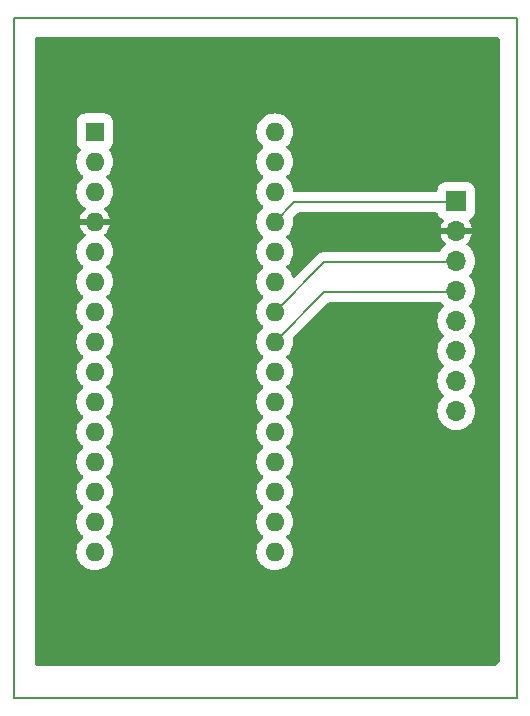
<source format=gbr>
%TF.GenerationSoftware,KiCad,Pcbnew,8.0.4*%
%TF.CreationDate,2024-08-29T16:29:35-03:00*%
%TF.ProjectId,IMU com arduino,494d5520-636f-46d2-9061-726475696e6f,rev?*%
%TF.SameCoordinates,Original*%
%TF.FileFunction,Copper,L2,Bot*%
%TF.FilePolarity,Positive*%
%FSLAX46Y46*%
G04 Gerber Fmt 4.6, Leading zero omitted, Abs format (unit mm)*
G04 Created by KiCad (PCBNEW 8.0.4) date 2024-08-29 16:29:35*
%MOMM*%
%LPD*%
G01*
G04 APERTURE LIST*
%TA.AperFunction,NonConductor*%
%ADD10C,0.200000*%
%TD*%
%TA.AperFunction,ComponentPad*%
%ADD11R,1.700000X1.700000*%
%TD*%
%TA.AperFunction,ComponentPad*%
%ADD12O,1.700000X1.700000*%
%TD*%
%TA.AperFunction,ComponentPad*%
%ADD13R,1.600000X1.600000*%
%TD*%
%TA.AperFunction,ComponentPad*%
%ADD14O,1.600000X1.600000*%
%TD*%
%TA.AperFunction,Conductor*%
%ADD15C,0.200000*%
%TD*%
G04 APERTURE END LIST*
D10*
X125349000Y-64516000D02*
X167934000Y-64516000D01*
X167934000Y-122087000D01*
X125349000Y-122087000D01*
X125349000Y-64516000D01*
D11*
%TO.P,J1,1,Pin_1*%
%TO.N,Net-(A1-+5V)*%
X162814000Y-80010000D03*
D12*
%TO.P,J1,2,Pin_2*%
%TO.N,GND*%
X162814000Y-82550000D03*
%TO.P,J1,3,Pin_3*%
%TO.N,Net-(A1-A5)*%
X162814000Y-85090000D03*
%TO.P,J1,4,Pin_4*%
%TO.N,Net-(A1-A4)*%
X162814000Y-87630000D03*
%TO.P,J1,5,Pin_5*%
%TO.N,unconnected-(J1-Pin_5-Pad5)*%
X162814000Y-90170000D03*
%TO.P,J1,6,Pin_6*%
%TO.N,unconnected-(J1-Pin_6-Pad6)*%
X162814000Y-92710000D03*
%TO.P,J1,7,Pin_7*%
%TO.N,unconnected-(J1-Pin_7-Pad7)*%
X162814000Y-95250000D03*
%TO.P,J1,8,Pin_8*%
%TO.N,unconnected-(J1-Pin_8-Pad8)*%
X162814000Y-97790000D03*
%TD*%
D13*
%TO.P,A1,1,D1/TX*%
%TO.N,unconnected-(A1-D1{slash}TX-Pad1)*%
X132207000Y-74168000D03*
D14*
%TO.P,A1,2,D0/RX*%
%TO.N,unconnected-(A1-D0{slash}RX-Pad2)*%
X132207000Y-76708000D03*
%TO.P,A1,3,~{RESET}*%
%TO.N,unconnected-(A1-~{RESET}-Pad3)*%
X132207000Y-79248000D03*
%TO.P,A1,4,GND*%
%TO.N,GND*%
X132207000Y-81788000D03*
%TO.P,A1,5,D2*%
%TO.N,unconnected-(A1-D2-Pad5)*%
X132207000Y-84328000D03*
%TO.P,A1,6,D3*%
%TO.N,unconnected-(A1-D3-Pad6)*%
X132207000Y-86868000D03*
%TO.P,A1,7,D4*%
%TO.N,unconnected-(A1-D4-Pad7)*%
X132207000Y-89408000D03*
%TO.P,A1,8,D5*%
%TO.N,unconnected-(A1-D5-Pad8)*%
X132207000Y-91948000D03*
%TO.P,A1,9,D6*%
%TO.N,unconnected-(A1-D6-Pad9)*%
X132207000Y-94488000D03*
%TO.P,A1,10,D7*%
%TO.N,unconnected-(A1-D7-Pad10)*%
X132207000Y-97028000D03*
%TO.P,A1,11,D8*%
%TO.N,unconnected-(A1-D8-Pad11)*%
X132207000Y-99568000D03*
%TO.P,A1,12,D9*%
%TO.N,unconnected-(A1-D9-Pad12)*%
X132207000Y-102108000D03*
%TO.P,A1,13,D10*%
%TO.N,unconnected-(A1-D10-Pad13)*%
X132207000Y-104648000D03*
%TO.P,A1,14,D11*%
%TO.N,unconnected-(A1-D11-Pad14)*%
X132207000Y-107188000D03*
%TO.P,A1,15,D12*%
%TO.N,unconnected-(A1-D12-Pad15)*%
X132207000Y-109728000D03*
%TO.P,A1,16,D13*%
%TO.N,unconnected-(A1-D13-Pad16)*%
X147447000Y-109728000D03*
%TO.P,A1,17,3V3*%
%TO.N,unconnected-(A1-3V3-Pad17)*%
X147447000Y-107188000D03*
%TO.P,A1,18,AREF*%
%TO.N,unconnected-(A1-AREF-Pad18)*%
X147447000Y-104648000D03*
%TO.P,A1,19,A0*%
%TO.N,unconnected-(A1-A0-Pad19)*%
X147447000Y-102108000D03*
%TO.P,A1,20,A1*%
%TO.N,unconnected-(A1-A1-Pad20)*%
X147447000Y-99568000D03*
%TO.P,A1,21,A2*%
%TO.N,unconnected-(A1-A2-Pad21)*%
X147447000Y-97028000D03*
%TO.P,A1,22,A3*%
%TO.N,unconnected-(A1-A3-Pad22)*%
X147447000Y-94488000D03*
%TO.P,A1,23,A4*%
%TO.N,Net-(A1-A4)*%
X147447000Y-91948000D03*
%TO.P,A1,24,A5*%
%TO.N,Net-(A1-A5)*%
X147447000Y-89408000D03*
%TO.P,A1,25,A6*%
%TO.N,unconnected-(A1-A6-Pad25)*%
X147447000Y-86868000D03*
%TO.P,A1,26,A7*%
%TO.N,unconnected-(A1-A7-Pad26)*%
X147447000Y-84328000D03*
%TO.P,A1,27,+5V*%
%TO.N,Net-(A1-+5V)*%
X147447000Y-81788000D03*
%TO.P,A1,28,~{RESET}*%
%TO.N,unconnected-(A1-~{RESET}-Pad28)*%
X147447000Y-79248000D03*
%TO.P,A1,29,GND*%
%TO.N,unconnected-(A1-GND-Pad29)*%
X147447000Y-76708000D03*
%TO.P,A1,30,VIN*%
%TO.N,unconnected-(A1-VIN-Pad30)*%
X147447000Y-74168000D03*
%TD*%
D15*
%TO.N,Net-(A1-+5V)*%
X149098000Y-80137000D02*
X162814000Y-80137000D01*
X147447000Y-81788000D02*
X149098000Y-80137000D01*
%TO.N,Net-(A1-A5)*%
X151638000Y-85217000D02*
X162814000Y-85217000D01*
X147447000Y-89408000D02*
X151638000Y-85217000D01*
%TO.N,Net-(A1-A4)*%
X151638000Y-87757000D02*
X162814000Y-87757000D01*
X147447000Y-91948000D02*
X151638000Y-87757000D01*
%TD*%
%TA.AperFunction,Conductor*%
%TO.N,GND*%
G36*
X161193116Y-81007185D02*
G01*
X161238871Y-81059989D01*
X161243782Y-81072494D01*
X161279186Y-81179334D01*
X161371288Y-81328656D01*
X161495344Y-81452712D01*
X161644666Y-81544814D01*
X161669291Y-81552974D01*
X161726734Y-81592746D01*
X161753557Y-81657262D01*
X161741242Y-81726038D01*
X161731860Y-81741802D01*
X161640400Y-81872420D01*
X161640399Y-81872422D01*
X161540570Y-82086507D01*
X161540567Y-82086513D01*
X161483364Y-82299999D01*
X161483364Y-82300000D01*
X162380988Y-82300000D01*
X162348075Y-82357007D01*
X162314000Y-82484174D01*
X162314000Y-82615826D01*
X162348075Y-82742993D01*
X162380988Y-82800000D01*
X161483364Y-82800000D01*
X161540567Y-83013486D01*
X161540570Y-83013492D01*
X161640399Y-83227578D01*
X161775894Y-83421082D01*
X161930022Y-83575210D01*
X161963507Y-83636533D01*
X161958523Y-83706225D01*
X161916651Y-83762158D01*
X161907132Y-83768618D01*
X161870342Y-83791163D01*
X161678776Y-83954776D01*
X161515161Y-84146343D01*
X161515160Y-84146345D01*
X161416534Y-84307290D01*
X161364723Y-84354165D01*
X161310807Y-84366500D01*
X151554228Y-84366500D01*
X151389925Y-84399182D01*
X151389913Y-84399185D01*
X151344583Y-84417962D01*
X151235143Y-84463292D01*
X151235130Y-84463299D01*
X151095838Y-84556372D01*
X151095834Y-84556375D01*
X149148300Y-86503909D01*
X149086977Y-86537394D01*
X149017285Y-86532410D01*
X148961352Y-86490538D01*
X148940046Y-86445177D01*
X148926172Y-86387388D01*
X148832777Y-86161911D01*
X148832777Y-86161910D01*
X148705262Y-85953826D01*
X148705261Y-85953823D01*
X148546756Y-85768238D01*
X148457832Y-85692290D01*
X148419638Y-85633784D01*
X148419139Y-85563916D01*
X148456493Y-85504869D01*
X148457832Y-85503710D01*
X148489276Y-85476853D01*
X148546759Y-85427759D01*
X148705259Y-85242179D01*
X148832777Y-85034089D01*
X148926172Y-84808612D01*
X148983146Y-84571302D01*
X149002294Y-84328000D01*
X148983146Y-84084698D01*
X148926172Y-83847388D01*
X148926169Y-83847380D01*
X148832777Y-83621910D01*
X148705262Y-83413826D01*
X148705261Y-83413823D01*
X148546756Y-83228238D01*
X148457832Y-83152290D01*
X148419638Y-83093784D01*
X148419139Y-83023916D01*
X148456493Y-82964869D01*
X148457832Y-82963710D01*
X148498406Y-82929056D01*
X148546759Y-82887759D01*
X148705259Y-82702179D01*
X148832777Y-82494089D01*
X148926172Y-82268612D01*
X148983146Y-82031302D01*
X149002294Y-81788000D01*
X148983146Y-81544698D01*
X148981922Y-81539600D01*
X148985412Y-81469820D01*
X149014815Y-81422973D01*
X149413970Y-81023819D01*
X149475293Y-80990334D01*
X149501651Y-80987500D01*
X161126077Y-80987500D01*
X161193116Y-81007185D01*
G37*
%TD.AperFunction*%
%TA.AperFunction,Conductor*%
G36*
X166385677Y-66186685D02*
G01*
X166406319Y-66203319D01*
X166460681Y-66257681D01*
X166494166Y-66319004D01*
X166497000Y-66345362D01*
X166497000Y-118947638D01*
X166477315Y-119014677D01*
X166460681Y-119035319D01*
X166152319Y-119343681D01*
X166090996Y-119377166D01*
X166064638Y-119380000D01*
X127305362Y-119380000D01*
X127238323Y-119360315D01*
X127217681Y-119343681D01*
X127163319Y-119289319D01*
X127129834Y-119227996D01*
X127127000Y-119201638D01*
X127127000Y-76708000D01*
X130651706Y-76708000D01*
X130670853Y-76951297D01*
X130727830Y-77188619D01*
X130821222Y-77414089D01*
X130948737Y-77622173D01*
X130948738Y-77622176D01*
X130948741Y-77622179D01*
X131107241Y-77807759D01*
X131175250Y-77865844D01*
X131196168Y-77883710D01*
X131234361Y-77942217D01*
X131234859Y-78012085D01*
X131197505Y-78071131D01*
X131196168Y-78072290D01*
X131107241Y-78148241D01*
X130948738Y-78333823D01*
X130948737Y-78333826D01*
X130821222Y-78541910D01*
X130727830Y-78767380D01*
X130670853Y-79004702D01*
X130651706Y-79248000D01*
X130670853Y-79491297D01*
X130727830Y-79728619D01*
X130821222Y-79954089D01*
X130948737Y-80162173D01*
X130948738Y-80162176D01*
X130948741Y-80162179D01*
X131107241Y-80347759D01*
X131292821Y-80506259D01*
X131386584Y-80563717D01*
X131433459Y-80615528D01*
X131444882Y-80684458D01*
X131417225Y-80748620D01*
X131392921Y-80771017D01*
X131368180Y-80788341D01*
X131207342Y-80949179D01*
X131076865Y-81135517D01*
X130980734Y-81341673D01*
X130980730Y-81341682D01*
X130928127Y-81537999D01*
X130928128Y-81538000D01*
X131773988Y-81538000D01*
X131741075Y-81595007D01*
X131707000Y-81722174D01*
X131707000Y-81853826D01*
X131741075Y-81980993D01*
X131773988Y-82038000D01*
X130928128Y-82038000D01*
X130980730Y-82234317D01*
X130980734Y-82234326D01*
X131076865Y-82440482D01*
X131207342Y-82626820D01*
X131368183Y-82787661D01*
X131392918Y-82804981D01*
X131436543Y-82859558D01*
X131443735Y-82929056D01*
X131412212Y-82991411D01*
X131386584Y-83012282D01*
X131292826Y-83069737D01*
X131292823Y-83069738D01*
X131107241Y-83228241D01*
X130948738Y-83413823D01*
X130948737Y-83413826D01*
X130821222Y-83621910D01*
X130727830Y-83847380D01*
X130670853Y-84084702D01*
X130651706Y-84328000D01*
X130670853Y-84571297D01*
X130727830Y-84808619D01*
X130821222Y-85034089D01*
X130948737Y-85242173D01*
X130948738Y-85242176D01*
X130948741Y-85242179D01*
X131107241Y-85427759D01*
X131175250Y-85485844D01*
X131196168Y-85503710D01*
X131234361Y-85562217D01*
X131234859Y-85632085D01*
X131197505Y-85691131D01*
X131196168Y-85692290D01*
X131107241Y-85768241D01*
X130948738Y-85953823D01*
X130948737Y-85953826D01*
X130821222Y-86161910D01*
X130727830Y-86387380D01*
X130727828Y-86387387D01*
X130727828Y-86387388D01*
X130702046Y-86494776D01*
X130670853Y-86624702D01*
X130651706Y-86868000D01*
X130670853Y-87111297D01*
X130727830Y-87348619D01*
X130821222Y-87574089D01*
X130948737Y-87782173D01*
X130948738Y-87782176D01*
X130948741Y-87782179D01*
X131107241Y-87967759D01*
X131175250Y-88025844D01*
X131196168Y-88043710D01*
X131234361Y-88102217D01*
X131234859Y-88172085D01*
X131197505Y-88231131D01*
X131196168Y-88232290D01*
X131107241Y-88308241D01*
X130948738Y-88493823D01*
X130948737Y-88493826D01*
X130821222Y-88701910D01*
X130727830Y-88927380D01*
X130670853Y-89164702D01*
X130651706Y-89408000D01*
X130670853Y-89651297D01*
X130727830Y-89888619D01*
X130821222Y-90114089D01*
X130948737Y-90322173D01*
X130948738Y-90322176D01*
X130948741Y-90322179D01*
X131107241Y-90507759D01*
X131175250Y-90565844D01*
X131196168Y-90583710D01*
X131234361Y-90642217D01*
X131234859Y-90712085D01*
X131197505Y-90771131D01*
X131196168Y-90772290D01*
X131107241Y-90848241D01*
X130948738Y-91033823D01*
X130948737Y-91033826D01*
X130821222Y-91241910D01*
X130727830Y-91467380D01*
X130670853Y-91704702D01*
X130651706Y-91948000D01*
X130670853Y-92191297D01*
X130727830Y-92428619D01*
X130821222Y-92654089D01*
X130948737Y-92862173D01*
X130948738Y-92862176D01*
X130948741Y-92862179D01*
X131107241Y-93047759D01*
X131175250Y-93105844D01*
X131196168Y-93123710D01*
X131234361Y-93182217D01*
X131234859Y-93252085D01*
X131197505Y-93311131D01*
X131196168Y-93312290D01*
X131107241Y-93388241D01*
X130948738Y-93573823D01*
X130948737Y-93573826D01*
X130821222Y-93781910D01*
X130727830Y-94007380D01*
X130670853Y-94244702D01*
X130651706Y-94488000D01*
X130670853Y-94731297D01*
X130727830Y-94968619D01*
X130821222Y-95194089D01*
X130948737Y-95402173D01*
X130948738Y-95402176D01*
X130948741Y-95402179D01*
X131107241Y-95587759D01*
X131175250Y-95645844D01*
X131196168Y-95663710D01*
X131234361Y-95722217D01*
X131234859Y-95792085D01*
X131197505Y-95851131D01*
X131196168Y-95852290D01*
X131107241Y-95928241D01*
X130948738Y-96113823D01*
X130948737Y-96113826D01*
X130821222Y-96321910D01*
X130727830Y-96547380D01*
X130670853Y-96784702D01*
X130651706Y-97028000D01*
X130670853Y-97271297D01*
X130727830Y-97508619D01*
X130821222Y-97734089D01*
X130948737Y-97942173D01*
X130948738Y-97942176D01*
X130948741Y-97942179D01*
X131107241Y-98127759D01*
X131175250Y-98185844D01*
X131196168Y-98203710D01*
X131234361Y-98262217D01*
X131234859Y-98332085D01*
X131197505Y-98391131D01*
X131196168Y-98392290D01*
X131107241Y-98468241D01*
X130948738Y-98653823D01*
X130948737Y-98653826D01*
X130821222Y-98861910D01*
X130727830Y-99087380D01*
X130670853Y-99324702D01*
X130651706Y-99568000D01*
X130670853Y-99811297D01*
X130727830Y-100048619D01*
X130821222Y-100274089D01*
X130948737Y-100482173D01*
X130948738Y-100482176D01*
X130948741Y-100482179D01*
X131107241Y-100667759D01*
X131175250Y-100725844D01*
X131196168Y-100743710D01*
X131234361Y-100802217D01*
X131234859Y-100872085D01*
X131197505Y-100931131D01*
X131196168Y-100932290D01*
X131107241Y-101008241D01*
X130948738Y-101193823D01*
X130948737Y-101193826D01*
X130821222Y-101401910D01*
X130727830Y-101627380D01*
X130670853Y-101864702D01*
X130651706Y-102108000D01*
X130670853Y-102351297D01*
X130727830Y-102588619D01*
X130821222Y-102814089D01*
X130948737Y-103022173D01*
X130948738Y-103022176D01*
X130948741Y-103022179D01*
X131107241Y-103207759D01*
X131175250Y-103265844D01*
X131196168Y-103283710D01*
X131234361Y-103342217D01*
X131234859Y-103412085D01*
X131197505Y-103471131D01*
X131196168Y-103472290D01*
X131107241Y-103548241D01*
X130948738Y-103733823D01*
X130948737Y-103733826D01*
X130821222Y-103941910D01*
X130727830Y-104167380D01*
X130670853Y-104404702D01*
X130651706Y-104648000D01*
X130670853Y-104891297D01*
X130727830Y-105128619D01*
X130821222Y-105354089D01*
X130948737Y-105562173D01*
X130948738Y-105562176D01*
X130948741Y-105562179D01*
X131107241Y-105747759D01*
X131175250Y-105805844D01*
X131196168Y-105823710D01*
X131234361Y-105882217D01*
X131234859Y-105952085D01*
X131197505Y-106011131D01*
X131196168Y-106012290D01*
X131107241Y-106088241D01*
X130948738Y-106273823D01*
X130948737Y-106273826D01*
X130821222Y-106481910D01*
X130727830Y-106707380D01*
X130670853Y-106944702D01*
X130651706Y-107188000D01*
X130670853Y-107431297D01*
X130727830Y-107668619D01*
X130821222Y-107894089D01*
X130948737Y-108102173D01*
X130948738Y-108102176D01*
X130948741Y-108102179D01*
X131107241Y-108287759D01*
X131175250Y-108345844D01*
X131196168Y-108363710D01*
X131234361Y-108422217D01*
X131234859Y-108492085D01*
X131197505Y-108551131D01*
X131196168Y-108552290D01*
X131107241Y-108628241D01*
X130948738Y-108813823D01*
X130948737Y-108813826D01*
X130821222Y-109021910D01*
X130727830Y-109247380D01*
X130670853Y-109484702D01*
X130651706Y-109728000D01*
X130670853Y-109971297D01*
X130727830Y-110208619D01*
X130821222Y-110434089D01*
X130948737Y-110642173D01*
X130948738Y-110642176D01*
X130948741Y-110642179D01*
X131107241Y-110827759D01*
X131250897Y-110950453D01*
X131292823Y-110986261D01*
X131292826Y-110986262D01*
X131500910Y-111113777D01*
X131726381Y-111207169D01*
X131726378Y-111207169D01*
X131726384Y-111207170D01*
X131726388Y-111207172D01*
X131963698Y-111264146D01*
X132207000Y-111283294D01*
X132450302Y-111264146D01*
X132687612Y-111207172D01*
X132913089Y-111113777D01*
X133121179Y-110986259D01*
X133306759Y-110827759D01*
X133465259Y-110642179D01*
X133592777Y-110434089D01*
X133686172Y-110208612D01*
X133743146Y-109971302D01*
X133762294Y-109728000D01*
X133743146Y-109484698D01*
X133686172Y-109247388D01*
X133592777Y-109021911D01*
X133592777Y-109021910D01*
X133465262Y-108813826D01*
X133465261Y-108813823D01*
X133306756Y-108628238D01*
X133217832Y-108552290D01*
X133179638Y-108493784D01*
X133179139Y-108423916D01*
X133216493Y-108364869D01*
X133217832Y-108363710D01*
X133249276Y-108336853D01*
X133306759Y-108287759D01*
X133465259Y-108102179D01*
X133592777Y-107894089D01*
X133686172Y-107668612D01*
X133743146Y-107431302D01*
X133762294Y-107188000D01*
X133743146Y-106944698D01*
X133686172Y-106707388D01*
X133592777Y-106481911D01*
X133592777Y-106481910D01*
X133465262Y-106273826D01*
X133465261Y-106273823D01*
X133306756Y-106088238D01*
X133217832Y-106012290D01*
X133179638Y-105953784D01*
X133179139Y-105883916D01*
X133216493Y-105824869D01*
X133217832Y-105823710D01*
X133249276Y-105796853D01*
X133306759Y-105747759D01*
X133465259Y-105562179D01*
X133592777Y-105354089D01*
X133686172Y-105128612D01*
X133743146Y-104891302D01*
X133762294Y-104648000D01*
X133743146Y-104404698D01*
X133686172Y-104167388D01*
X133592777Y-103941911D01*
X133592777Y-103941910D01*
X133465262Y-103733826D01*
X133465261Y-103733823D01*
X133306756Y-103548238D01*
X133217832Y-103472290D01*
X133179638Y-103413784D01*
X133179139Y-103343916D01*
X133216493Y-103284869D01*
X133217832Y-103283710D01*
X133249276Y-103256853D01*
X133306759Y-103207759D01*
X133465259Y-103022179D01*
X133592777Y-102814089D01*
X133686172Y-102588612D01*
X133743146Y-102351302D01*
X133762294Y-102108000D01*
X133743146Y-101864698D01*
X133686172Y-101627388D01*
X133592777Y-101401911D01*
X133592777Y-101401910D01*
X133465262Y-101193826D01*
X133465261Y-101193823D01*
X133306756Y-101008238D01*
X133217832Y-100932290D01*
X133179638Y-100873784D01*
X133179139Y-100803916D01*
X133216493Y-100744869D01*
X133217832Y-100743710D01*
X133249276Y-100716853D01*
X133306759Y-100667759D01*
X133465259Y-100482179D01*
X133592777Y-100274089D01*
X133686172Y-100048612D01*
X133743146Y-99811302D01*
X133762294Y-99568000D01*
X133743146Y-99324698D01*
X133686172Y-99087388D01*
X133592777Y-98861911D01*
X133592777Y-98861910D01*
X133465262Y-98653826D01*
X133465261Y-98653823D01*
X133306756Y-98468238D01*
X133217832Y-98392290D01*
X133179638Y-98333784D01*
X133179139Y-98263916D01*
X133216493Y-98204869D01*
X133217832Y-98203710D01*
X133249276Y-98176853D01*
X133306759Y-98127759D01*
X133465259Y-97942179D01*
X133592777Y-97734089D01*
X133686172Y-97508612D01*
X133743146Y-97271302D01*
X133762294Y-97028000D01*
X133743146Y-96784698D01*
X133686172Y-96547388D01*
X133660006Y-96484217D01*
X133592777Y-96321910D01*
X133465262Y-96113826D01*
X133465261Y-96113823D01*
X133306756Y-95928238D01*
X133217832Y-95852290D01*
X133179638Y-95793784D01*
X133179139Y-95723916D01*
X133216493Y-95664869D01*
X133217832Y-95663710D01*
X133249276Y-95636853D01*
X133306759Y-95587759D01*
X133465259Y-95402179D01*
X133592777Y-95194089D01*
X133686172Y-94968612D01*
X133743146Y-94731302D01*
X133762294Y-94488000D01*
X133743146Y-94244698D01*
X133686172Y-94007388D01*
X133660006Y-93944217D01*
X133592777Y-93781910D01*
X133465262Y-93573826D01*
X133465261Y-93573823D01*
X133306756Y-93388238D01*
X133217832Y-93312290D01*
X133179638Y-93253784D01*
X133179139Y-93183916D01*
X133216493Y-93124869D01*
X133217832Y-93123710D01*
X133249276Y-93096853D01*
X133306759Y-93047759D01*
X133465259Y-92862179D01*
X133592777Y-92654089D01*
X133686172Y-92428612D01*
X133743146Y-92191302D01*
X133762294Y-91948000D01*
X133743146Y-91704698D01*
X133686172Y-91467388D01*
X133660006Y-91404217D01*
X133592777Y-91241910D01*
X133465262Y-91033826D01*
X133465261Y-91033823D01*
X133306756Y-90848238D01*
X133217832Y-90772290D01*
X133179638Y-90713784D01*
X133179139Y-90643916D01*
X133216493Y-90584869D01*
X133217832Y-90583710D01*
X133249276Y-90556853D01*
X133306759Y-90507759D01*
X133465259Y-90322179D01*
X133592777Y-90114089D01*
X133686172Y-89888612D01*
X133743146Y-89651302D01*
X133762294Y-89408000D01*
X133743146Y-89164698D01*
X133686172Y-88927388D01*
X133660006Y-88864217D01*
X133592777Y-88701910D01*
X133465262Y-88493826D01*
X133465261Y-88493823D01*
X133306756Y-88308238D01*
X133217832Y-88232290D01*
X133179638Y-88173784D01*
X133179139Y-88103916D01*
X133216493Y-88044869D01*
X133217832Y-88043710D01*
X133249276Y-88016853D01*
X133306759Y-87967759D01*
X133465259Y-87782179D01*
X133592777Y-87574089D01*
X133686172Y-87348612D01*
X133743146Y-87111302D01*
X133762294Y-86868000D01*
X133743146Y-86624698D01*
X133686172Y-86387388D01*
X133660006Y-86324217D01*
X133592777Y-86161910D01*
X133465262Y-85953826D01*
X133465261Y-85953823D01*
X133306756Y-85768238D01*
X133217832Y-85692290D01*
X133179638Y-85633784D01*
X133179139Y-85563916D01*
X133216493Y-85504869D01*
X133217832Y-85503710D01*
X133249276Y-85476853D01*
X133306759Y-85427759D01*
X133465259Y-85242179D01*
X133592777Y-85034089D01*
X133686172Y-84808612D01*
X133743146Y-84571302D01*
X133762294Y-84328000D01*
X133743146Y-84084698D01*
X133686172Y-83847388D01*
X133686169Y-83847380D01*
X133592777Y-83621910D01*
X133465262Y-83413826D01*
X133465261Y-83413823D01*
X133429453Y-83371897D01*
X133306759Y-83228241D01*
X133147341Y-83092085D01*
X133121176Y-83069738D01*
X133121174Y-83069737D01*
X133027415Y-83012282D01*
X132980540Y-82960471D01*
X132969117Y-82891541D01*
X132996774Y-82827378D01*
X133021082Y-82804980D01*
X133045818Y-82787659D01*
X133206657Y-82626820D01*
X133337134Y-82440482D01*
X133433265Y-82234326D01*
X133433269Y-82234317D01*
X133485872Y-82038000D01*
X132640012Y-82038000D01*
X132672925Y-81980993D01*
X132707000Y-81853826D01*
X132707000Y-81722174D01*
X132672925Y-81595007D01*
X132640012Y-81538000D01*
X133485872Y-81538000D01*
X133485872Y-81537999D01*
X133433269Y-81341682D01*
X133433265Y-81341673D01*
X133337134Y-81135517D01*
X133206657Y-80949179D01*
X133045818Y-80788340D01*
X133021080Y-80771018D01*
X132977456Y-80716440D01*
X132970264Y-80646942D01*
X133001787Y-80584588D01*
X133027410Y-80563720D01*
X133121179Y-80506259D01*
X133306759Y-80347759D01*
X133465259Y-80162179D01*
X133592777Y-79954089D01*
X133686172Y-79728612D01*
X133743146Y-79491302D01*
X133762294Y-79248000D01*
X133743146Y-79004698D01*
X133686172Y-78767388D01*
X133603289Y-78567289D01*
X133592777Y-78541910D01*
X133465262Y-78333826D01*
X133465261Y-78333823D01*
X133306756Y-78148238D01*
X133217832Y-78072290D01*
X133179638Y-78013784D01*
X133179139Y-77943916D01*
X133216493Y-77884869D01*
X133217832Y-77883710D01*
X133249276Y-77856853D01*
X133306759Y-77807759D01*
X133465259Y-77622179D01*
X133592777Y-77414089D01*
X133686172Y-77188612D01*
X133743146Y-76951302D01*
X133762294Y-76708000D01*
X133743146Y-76464698D01*
X133686172Y-76227388D01*
X133592777Y-76001911D01*
X133592777Y-76001910D01*
X133465262Y-75793826D01*
X133465261Y-75793824D01*
X133465260Y-75793823D01*
X133465259Y-75793821D01*
X133432459Y-75755417D01*
X133403889Y-75691658D01*
X133414326Y-75622572D01*
X133460457Y-75570096D01*
X133461599Y-75569381D01*
X133475656Y-75560712D01*
X133599712Y-75436656D01*
X133691814Y-75287334D01*
X133746999Y-75120797D01*
X133757500Y-75018009D01*
X133757499Y-74168000D01*
X145891706Y-74168000D01*
X145910853Y-74411297D01*
X145967830Y-74648619D01*
X146061222Y-74874089D01*
X146188737Y-75082173D01*
X146188738Y-75082176D01*
X146242449Y-75145063D01*
X146347241Y-75267759D01*
X146415250Y-75325844D01*
X146436168Y-75343710D01*
X146474361Y-75402217D01*
X146474859Y-75472085D01*
X146437505Y-75531131D01*
X146436168Y-75532290D01*
X146347241Y-75608241D01*
X146188738Y-75793823D01*
X146188737Y-75793826D01*
X146061222Y-76001910D01*
X145967830Y-76227380D01*
X145910853Y-76464702D01*
X145891706Y-76708000D01*
X145910853Y-76951297D01*
X145967830Y-77188619D01*
X146061222Y-77414089D01*
X146188737Y-77622173D01*
X146188738Y-77622176D01*
X146188741Y-77622179D01*
X146347241Y-77807759D01*
X146415250Y-77865844D01*
X146436168Y-77883710D01*
X146474361Y-77942217D01*
X146474859Y-78012085D01*
X146437505Y-78071131D01*
X146436168Y-78072290D01*
X146347241Y-78148241D01*
X146188738Y-78333823D01*
X146188737Y-78333826D01*
X146061222Y-78541910D01*
X145967830Y-78767380D01*
X145910853Y-79004702D01*
X145891706Y-79248000D01*
X145910853Y-79491297D01*
X145967830Y-79728619D01*
X146061222Y-79954089D01*
X146188737Y-80162173D01*
X146188738Y-80162176D01*
X146188741Y-80162179D01*
X146347241Y-80347759D01*
X146415250Y-80405844D01*
X146436168Y-80423710D01*
X146474361Y-80482217D01*
X146474859Y-80552085D01*
X146437505Y-80611131D01*
X146436168Y-80612290D01*
X146347241Y-80688241D01*
X146188738Y-80873823D01*
X146188737Y-80873826D01*
X146061222Y-81081910D01*
X145967830Y-81307380D01*
X145910853Y-81544702D01*
X145891706Y-81788000D01*
X145910853Y-82031297D01*
X145910853Y-82031300D01*
X145910854Y-82031302D01*
X145961677Y-82242993D01*
X145967830Y-82268619D01*
X146061222Y-82494089D01*
X146188737Y-82702173D01*
X146188738Y-82702176D01*
X146188741Y-82702179D01*
X146347241Y-82887759D01*
X146395594Y-82929056D01*
X146436168Y-82963710D01*
X146474361Y-83022217D01*
X146474859Y-83092085D01*
X146437505Y-83151131D01*
X146436168Y-83152290D01*
X146347241Y-83228241D01*
X146188738Y-83413823D01*
X146188737Y-83413826D01*
X146061222Y-83621910D01*
X145967830Y-83847380D01*
X145910853Y-84084702D01*
X145891706Y-84328000D01*
X145910853Y-84571297D01*
X145967830Y-84808619D01*
X146061222Y-85034089D01*
X146188737Y-85242173D01*
X146188738Y-85242176D01*
X146188741Y-85242179D01*
X146347241Y-85427759D01*
X146415250Y-85485844D01*
X146436168Y-85503710D01*
X146474361Y-85562217D01*
X146474859Y-85632085D01*
X146437505Y-85691131D01*
X146436168Y-85692290D01*
X146347241Y-85768241D01*
X146188738Y-85953823D01*
X146188737Y-85953826D01*
X146061222Y-86161910D01*
X145967830Y-86387380D01*
X145967828Y-86387387D01*
X145967828Y-86387388D01*
X145942046Y-86494776D01*
X145910853Y-86624702D01*
X145891706Y-86868000D01*
X145910853Y-87111297D01*
X145967830Y-87348619D01*
X146061222Y-87574089D01*
X146188737Y-87782173D01*
X146188738Y-87782176D01*
X146188741Y-87782179D01*
X146347241Y-87967759D01*
X146415250Y-88025844D01*
X146436168Y-88043710D01*
X146474361Y-88102217D01*
X146474859Y-88172085D01*
X146437505Y-88231131D01*
X146436168Y-88232290D01*
X146347241Y-88308241D01*
X146188738Y-88493823D01*
X146188737Y-88493826D01*
X146061222Y-88701910D01*
X145967830Y-88927380D01*
X145910853Y-89164702D01*
X145891706Y-89408000D01*
X145910853Y-89651297D01*
X145967830Y-89888619D01*
X146061222Y-90114089D01*
X146188737Y-90322173D01*
X146188738Y-90322176D01*
X146188741Y-90322179D01*
X146347241Y-90507759D01*
X146415250Y-90565844D01*
X146436168Y-90583710D01*
X146474361Y-90642217D01*
X146474859Y-90712085D01*
X146437505Y-90771131D01*
X146436168Y-90772290D01*
X146347241Y-90848241D01*
X146188738Y-91033823D01*
X146188737Y-91033826D01*
X146061222Y-91241910D01*
X145967830Y-91467380D01*
X145910853Y-91704702D01*
X145891706Y-91948000D01*
X145910853Y-92191297D01*
X145967830Y-92428619D01*
X146061222Y-92654089D01*
X146188737Y-92862173D01*
X146188738Y-92862176D01*
X146188741Y-92862179D01*
X146347241Y-93047759D01*
X146415250Y-93105844D01*
X146436168Y-93123710D01*
X146474361Y-93182217D01*
X146474859Y-93252085D01*
X146437505Y-93311131D01*
X146436168Y-93312290D01*
X146347241Y-93388241D01*
X146188738Y-93573823D01*
X146188737Y-93573826D01*
X146061222Y-93781910D01*
X145967830Y-94007380D01*
X145910853Y-94244702D01*
X145891706Y-94488000D01*
X145910853Y-94731297D01*
X145967830Y-94968619D01*
X146061222Y-95194089D01*
X146188737Y-95402173D01*
X146188738Y-95402176D01*
X146188741Y-95402179D01*
X146347241Y-95587759D01*
X146415250Y-95645844D01*
X146436168Y-95663710D01*
X146474361Y-95722217D01*
X146474859Y-95792085D01*
X146437505Y-95851131D01*
X146436168Y-95852290D01*
X146347241Y-95928241D01*
X146188738Y-96113823D01*
X146188737Y-96113826D01*
X146061222Y-96321910D01*
X145967830Y-96547380D01*
X145910853Y-96784702D01*
X145891706Y-97028000D01*
X145910853Y-97271297D01*
X145967830Y-97508619D01*
X146061222Y-97734089D01*
X146188737Y-97942173D01*
X146188738Y-97942176D01*
X146188741Y-97942179D01*
X146347241Y-98127759D01*
X146415250Y-98185844D01*
X146436168Y-98203710D01*
X146474361Y-98262217D01*
X146474859Y-98332085D01*
X146437505Y-98391131D01*
X146436168Y-98392290D01*
X146347241Y-98468241D01*
X146188738Y-98653823D01*
X146188737Y-98653826D01*
X146061222Y-98861910D01*
X145967830Y-99087380D01*
X145910853Y-99324702D01*
X145891706Y-99568000D01*
X145910853Y-99811297D01*
X145967830Y-100048619D01*
X146061222Y-100274089D01*
X146188737Y-100482173D01*
X146188738Y-100482176D01*
X146188741Y-100482179D01*
X146347241Y-100667759D01*
X146415250Y-100725844D01*
X146436168Y-100743710D01*
X146474361Y-100802217D01*
X146474859Y-100872085D01*
X146437505Y-100931131D01*
X146436168Y-100932290D01*
X146347241Y-101008241D01*
X146188738Y-101193823D01*
X146188737Y-101193826D01*
X146061222Y-101401910D01*
X145967830Y-101627380D01*
X145910853Y-101864702D01*
X145891706Y-102108000D01*
X145910853Y-102351297D01*
X145967830Y-102588619D01*
X146061222Y-102814089D01*
X146188737Y-103022173D01*
X146188738Y-103022176D01*
X146188741Y-103022179D01*
X146347241Y-103207759D01*
X146415250Y-103265844D01*
X146436168Y-103283710D01*
X146474361Y-103342217D01*
X146474859Y-103412085D01*
X146437505Y-103471131D01*
X146436168Y-103472290D01*
X146347241Y-103548241D01*
X146188738Y-103733823D01*
X146188737Y-103733826D01*
X146061222Y-103941910D01*
X145967830Y-104167380D01*
X145910853Y-104404702D01*
X145891706Y-104648000D01*
X145910853Y-104891297D01*
X145967830Y-105128619D01*
X146061222Y-105354089D01*
X146188737Y-105562173D01*
X146188738Y-105562176D01*
X146188741Y-105562179D01*
X146347241Y-105747759D01*
X146415250Y-105805844D01*
X146436168Y-105823710D01*
X146474361Y-105882217D01*
X146474859Y-105952085D01*
X146437505Y-106011131D01*
X146436168Y-106012290D01*
X146347241Y-106088241D01*
X146188738Y-106273823D01*
X146188737Y-106273826D01*
X146061222Y-106481910D01*
X145967830Y-106707380D01*
X145910853Y-106944702D01*
X145891706Y-107188000D01*
X145910853Y-107431297D01*
X145967830Y-107668619D01*
X146061222Y-107894089D01*
X146188737Y-108102173D01*
X146188738Y-108102176D01*
X146188741Y-108102179D01*
X146347241Y-108287759D01*
X146415250Y-108345844D01*
X146436168Y-108363710D01*
X146474361Y-108422217D01*
X146474859Y-108492085D01*
X146437505Y-108551131D01*
X146436168Y-108552290D01*
X146347241Y-108628241D01*
X146188738Y-108813823D01*
X146188737Y-108813826D01*
X146061222Y-109021910D01*
X145967830Y-109247380D01*
X145910853Y-109484702D01*
X145891706Y-109728000D01*
X145910853Y-109971297D01*
X145967830Y-110208619D01*
X146061222Y-110434089D01*
X146188737Y-110642173D01*
X146188738Y-110642176D01*
X146188741Y-110642179D01*
X146347241Y-110827759D01*
X146490897Y-110950453D01*
X146532823Y-110986261D01*
X146532826Y-110986262D01*
X146740910Y-111113777D01*
X146966381Y-111207169D01*
X146966378Y-111207169D01*
X146966384Y-111207170D01*
X146966388Y-111207172D01*
X147203698Y-111264146D01*
X147447000Y-111283294D01*
X147690302Y-111264146D01*
X147927612Y-111207172D01*
X148153089Y-111113777D01*
X148361179Y-110986259D01*
X148546759Y-110827759D01*
X148705259Y-110642179D01*
X148832777Y-110434089D01*
X148926172Y-110208612D01*
X148983146Y-109971302D01*
X149002294Y-109728000D01*
X148983146Y-109484698D01*
X148926172Y-109247388D01*
X148832777Y-109021911D01*
X148832777Y-109021910D01*
X148705262Y-108813826D01*
X148705261Y-108813823D01*
X148546756Y-108628238D01*
X148457832Y-108552290D01*
X148419638Y-108493784D01*
X148419139Y-108423916D01*
X148456493Y-108364869D01*
X148457832Y-108363710D01*
X148489276Y-108336853D01*
X148546759Y-108287759D01*
X148705259Y-108102179D01*
X148832777Y-107894089D01*
X148926172Y-107668612D01*
X148983146Y-107431302D01*
X149002294Y-107188000D01*
X148983146Y-106944698D01*
X148926172Y-106707388D01*
X148832777Y-106481911D01*
X148832777Y-106481910D01*
X148705262Y-106273826D01*
X148705261Y-106273823D01*
X148546756Y-106088238D01*
X148457832Y-106012290D01*
X148419638Y-105953784D01*
X148419139Y-105883916D01*
X148456493Y-105824869D01*
X148457832Y-105823710D01*
X148489276Y-105796853D01*
X148546759Y-105747759D01*
X148705259Y-105562179D01*
X148832777Y-105354089D01*
X148926172Y-105128612D01*
X148983146Y-104891302D01*
X149002294Y-104648000D01*
X148983146Y-104404698D01*
X148926172Y-104167388D01*
X148832777Y-103941911D01*
X148832777Y-103941910D01*
X148705262Y-103733826D01*
X148705261Y-103733823D01*
X148546756Y-103548238D01*
X148457832Y-103472290D01*
X148419638Y-103413784D01*
X148419139Y-103343916D01*
X148456493Y-103284869D01*
X148457832Y-103283710D01*
X148489276Y-103256853D01*
X148546759Y-103207759D01*
X148705259Y-103022179D01*
X148832777Y-102814089D01*
X148926172Y-102588612D01*
X148983146Y-102351302D01*
X149002294Y-102108000D01*
X148983146Y-101864698D01*
X148926172Y-101627388D01*
X148832777Y-101401911D01*
X148832777Y-101401910D01*
X148705262Y-101193826D01*
X148705261Y-101193823D01*
X148546756Y-101008238D01*
X148457832Y-100932290D01*
X148419638Y-100873784D01*
X148419139Y-100803916D01*
X148456493Y-100744869D01*
X148457832Y-100743710D01*
X148489276Y-100716853D01*
X148546759Y-100667759D01*
X148705259Y-100482179D01*
X148832777Y-100274089D01*
X148926172Y-100048612D01*
X148983146Y-99811302D01*
X149002294Y-99568000D01*
X148983146Y-99324698D01*
X148926172Y-99087388D01*
X148832777Y-98861911D01*
X148832777Y-98861910D01*
X148705262Y-98653826D01*
X148705261Y-98653823D01*
X148546756Y-98468238D01*
X148457832Y-98392290D01*
X148419638Y-98333784D01*
X148419139Y-98263916D01*
X148456493Y-98204869D01*
X148457832Y-98203710D01*
X148489276Y-98176853D01*
X148546759Y-98127759D01*
X148705259Y-97942179D01*
X148832777Y-97734089D01*
X148926172Y-97508612D01*
X148983146Y-97271302D01*
X149002294Y-97028000D01*
X148983146Y-96784698D01*
X148926172Y-96547388D01*
X148900006Y-96484217D01*
X148832777Y-96321910D01*
X148705262Y-96113826D01*
X148705261Y-96113823D01*
X148546756Y-95928238D01*
X148457832Y-95852290D01*
X148419638Y-95793784D01*
X148419139Y-95723916D01*
X148456493Y-95664869D01*
X148457832Y-95663710D01*
X148489276Y-95636853D01*
X148546759Y-95587759D01*
X148705259Y-95402179D01*
X148832777Y-95194089D01*
X148926172Y-94968612D01*
X148983146Y-94731302D01*
X149002294Y-94488000D01*
X148983146Y-94244698D01*
X148926172Y-94007388D01*
X148900006Y-93944217D01*
X148832777Y-93781910D01*
X148705262Y-93573826D01*
X148705261Y-93573823D01*
X148546756Y-93388238D01*
X148457832Y-93312290D01*
X148419638Y-93253784D01*
X148419139Y-93183916D01*
X148456493Y-93124869D01*
X148457832Y-93123710D01*
X148489276Y-93096853D01*
X148546759Y-93047759D01*
X148705259Y-92862179D01*
X148832777Y-92654089D01*
X148926172Y-92428612D01*
X148983146Y-92191302D01*
X149002294Y-91948000D01*
X148983146Y-91704698D01*
X148981922Y-91699598D01*
X148985413Y-91629816D01*
X149014813Y-91582974D01*
X151953970Y-88643819D01*
X152015293Y-88610334D01*
X152041651Y-88607500D01*
X161486902Y-88607500D01*
X161553941Y-88627185D01*
X161581192Y-88650968D01*
X161678776Y-88765224D01*
X161726178Y-88805709D01*
X161726179Y-88805710D01*
X161764372Y-88864217D01*
X161764870Y-88934085D01*
X161727516Y-88993131D01*
X161726179Y-88994290D01*
X161678776Y-89034776D01*
X161515161Y-89226343D01*
X161515160Y-89226346D01*
X161383533Y-89441140D01*
X161287126Y-89673889D01*
X161228317Y-89918848D01*
X161208551Y-90170000D01*
X161228317Y-90421151D01*
X161287126Y-90666110D01*
X161383533Y-90898859D01*
X161515160Y-91113653D01*
X161515161Y-91113656D01*
X161515164Y-91113659D01*
X161678776Y-91305224D01*
X161726178Y-91345709D01*
X161726179Y-91345710D01*
X161764372Y-91404217D01*
X161764870Y-91474085D01*
X161727516Y-91533131D01*
X161726179Y-91534290D01*
X161678776Y-91574776D01*
X161515161Y-91766343D01*
X161515160Y-91766346D01*
X161383533Y-91981140D01*
X161287126Y-92213889D01*
X161228317Y-92458848D01*
X161208551Y-92710000D01*
X161228317Y-92961151D01*
X161287126Y-93206110D01*
X161383533Y-93438859D01*
X161515160Y-93653653D01*
X161515161Y-93653656D01*
X161515164Y-93653659D01*
X161678776Y-93845224D01*
X161726178Y-93885709D01*
X161726179Y-93885710D01*
X161764372Y-93944217D01*
X161764870Y-94014085D01*
X161727516Y-94073131D01*
X161726179Y-94074290D01*
X161678776Y-94114776D01*
X161515161Y-94306343D01*
X161515160Y-94306346D01*
X161383533Y-94521140D01*
X161287126Y-94753889D01*
X161228317Y-94998848D01*
X161208551Y-95250000D01*
X161228317Y-95501151D01*
X161287126Y-95746110D01*
X161383533Y-95978859D01*
X161515160Y-96193653D01*
X161515161Y-96193656D01*
X161515164Y-96193659D01*
X161678776Y-96385224D01*
X161726178Y-96425709D01*
X161726179Y-96425710D01*
X161764372Y-96484217D01*
X161764870Y-96554085D01*
X161727516Y-96613131D01*
X161726179Y-96614290D01*
X161678776Y-96654776D01*
X161515161Y-96846343D01*
X161515160Y-96846346D01*
X161383533Y-97061140D01*
X161287126Y-97293889D01*
X161228317Y-97538848D01*
X161208551Y-97790000D01*
X161228317Y-98041151D01*
X161287126Y-98286110D01*
X161383533Y-98518859D01*
X161515160Y-98733653D01*
X161515161Y-98733656D01*
X161515164Y-98733659D01*
X161678776Y-98925224D01*
X161827066Y-99051875D01*
X161870343Y-99088838D01*
X161870346Y-99088839D01*
X162085140Y-99220466D01*
X162317889Y-99316873D01*
X162562852Y-99375683D01*
X162814000Y-99395449D01*
X163065148Y-99375683D01*
X163310111Y-99316873D01*
X163542859Y-99220466D01*
X163757659Y-99088836D01*
X163949224Y-98925224D01*
X164112836Y-98733659D01*
X164244466Y-98518859D01*
X164340873Y-98286111D01*
X164399683Y-98041148D01*
X164419449Y-97790000D01*
X164399683Y-97538852D01*
X164340873Y-97293889D01*
X164244466Y-97061141D01*
X164244466Y-97061140D01*
X164112839Y-96846346D01*
X164112838Y-96846343D01*
X163949224Y-96654776D01*
X163901819Y-96614289D01*
X163863627Y-96555784D01*
X163863128Y-96485916D01*
X163900482Y-96426870D01*
X163901756Y-96425764D01*
X163949224Y-96385224D01*
X164112836Y-96193659D01*
X164244466Y-95978859D01*
X164340873Y-95746111D01*
X164399683Y-95501148D01*
X164419449Y-95250000D01*
X164399683Y-94998852D01*
X164340873Y-94753889D01*
X164244466Y-94521141D01*
X164244466Y-94521140D01*
X164112839Y-94306346D01*
X164112838Y-94306343D01*
X163949224Y-94114776D01*
X163901819Y-94074289D01*
X163863627Y-94015784D01*
X163863128Y-93945916D01*
X163900482Y-93886870D01*
X163901756Y-93885764D01*
X163949224Y-93845224D01*
X164112836Y-93653659D01*
X164244466Y-93438859D01*
X164340873Y-93206111D01*
X164399683Y-92961148D01*
X164419449Y-92710000D01*
X164399683Y-92458852D01*
X164340873Y-92213889D01*
X164244466Y-91981141D01*
X164244466Y-91981140D01*
X164112839Y-91766346D01*
X164112838Y-91766343D01*
X163949224Y-91574776D01*
X163901819Y-91534289D01*
X163863627Y-91475784D01*
X163863128Y-91405916D01*
X163900482Y-91346870D01*
X163901756Y-91345764D01*
X163949224Y-91305224D01*
X164112836Y-91113659D01*
X164244466Y-90898859D01*
X164340873Y-90666111D01*
X164399683Y-90421148D01*
X164419449Y-90170000D01*
X164399683Y-89918852D01*
X164340873Y-89673889D01*
X164244466Y-89441141D01*
X164244466Y-89441140D01*
X164112839Y-89226346D01*
X164112838Y-89226343D01*
X163949224Y-89034776D01*
X163901819Y-88994289D01*
X163863627Y-88935784D01*
X163863128Y-88865916D01*
X163900482Y-88806870D01*
X163901756Y-88805764D01*
X163949224Y-88765224D01*
X164112836Y-88573659D01*
X164244466Y-88358859D01*
X164340873Y-88126111D01*
X164399683Y-87881148D01*
X164419449Y-87630000D01*
X164399683Y-87378852D01*
X164340873Y-87133889D01*
X164244466Y-86901141D01*
X164244466Y-86901140D01*
X164112839Y-86686346D01*
X164112838Y-86686343D01*
X163949224Y-86494776D01*
X163944262Y-86490538D01*
X163901819Y-86454289D01*
X163863627Y-86395784D01*
X163863128Y-86325916D01*
X163900482Y-86266870D01*
X163901756Y-86265764D01*
X163949224Y-86225224D01*
X164112836Y-86033659D01*
X164244466Y-85818859D01*
X164340873Y-85586111D01*
X164399683Y-85341148D01*
X164419449Y-85090000D01*
X164399683Y-84838852D01*
X164340873Y-84593889D01*
X164268002Y-84417962D01*
X164244466Y-84361140D01*
X164112839Y-84146346D01*
X164112838Y-84146343D01*
X164060188Y-84084698D01*
X163949224Y-83954776D01*
X163757659Y-83791164D01*
X163743935Y-83782754D01*
X163720868Y-83768618D01*
X163673993Y-83716806D01*
X163662571Y-83647876D01*
X163690229Y-83583713D01*
X163697978Y-83575210D01*
X163852105Y-83421082D01*
X163987600Y-83227578D01*
X164087429Y-83013492D01*
X164087432Y-83013486D01*
X164144636Y-82800000D01*
X163247012Y-82800000D01*
X163279925Y-82742993D01*
X163314000Y-82615826D01*
X163314000Y-82484174D01*
X163279925Y-82357007D01*
X163247012Y-82300000D01*
X164144636Y-82300000D01*
X164144635Y-82299999D01*
X164087432Y-82086513D01*
X164087429Y-82086507D01*
X163987601Y-81872424D01*
X163896139Y-81741803D01*
X163873812Y-81675596D01*
X163890822Y-81607829D01*
X163941770Y-81560016D01*
X163958702Y-81552975D01*
X163983334Y-81544814D01*
X164132656Y-81452712D01*
X164256712Y-81328656D01*
X164348814Y-81179334D01*
X164403999Y-81012797D01*
X164414500Y-80910009D01*
X164414499Y-79109992D01*
X164403999Y-79007203D01*
X164348814Y-78840666D01*
X164256712Y-78691344D01*
X164132656Y-78567288D01*
X163983334Y-78475186D01*
X163816797Y-78420001D01*
X163816795Y-78420000D01*
X163714010Y-78409500D01*
X161913998Y-78409500D01*
X161913981Y-78409501D01*
X161811203Y-78420000D01*
X161811200Y-78420001D01*
X161644668Y-78475185D01*
X161644663Y-78475187D01*
X161495342Y-78567289D01*
X161371289Y-78691342D01*
X161279187Y-78840663D01*
X161279186Y-78840666D01*
X161224001Y-79007203D01*
X161224001Y-79007204D01*
X161224000Y-79007204D01*
X161213500Y-79109983D01*
X161213500Y-79162500D01*
X161193815Y-79229539D01*
X161141011Y-79275294D01*
X161089500Y-79286500D01*
X149119949Y-79286500D01*
X149052910Y-79266815D01*
X149007155Y-79214011D01*
X148996331Y-79172229D01*
X148983146Y-79004702D01*
X148983146Y-79004698D01*
X148926172Y-78767388D01*
X148843289Y-78567289D01*
X148832777Y-78541910D01*
X148705262Y-78333826D01*
X148705261Y-78333823D01*
X148546756Y-78148238D01*
X148457832Y-78072290D01*
X148419638Y-78013784D01*
X148419139Y-77943916D01*
X148456493Y-77884869D01*
X148457832Y-77883710D01*
X148489276Y-77856853D01*
X148546759Y-77807759D01*
X148705259Y-77622179D01*
X148832777Y-77414089D01*
X148926172Y-77188612D01*
X148983146Y-76951302D01*
X149002294Y-76708000D01*
X148983146Y-76464698D01*
X148926172Y-76227388D01*
X148832777Y-76001911D01*
X148832777Y-76001910D01*
X148705262Y-75793826D01*
X148705261Y-75793823D01*
X148618004Y-75691658D01*
X148546759Y-75608241D01*
X148546757Y-75608239D01*
X148546756Y-75608238D01*
X148457832Y-75532290D01*
X148419638Y-75473784D01*
X148419139Y-75403916D01*
X148456493Y-75344869D01*
X148457832Y-75343710D01*
X148523837Y-75287336D01*
X148546759Y-75267759D01*
X148705259Y-75082179D01*
X148832777Y-74874089D01*
X148926172Y-74648612D01*
X148983146Y-74411302D01*
X149002294Y-74168000D01*
X148983146Y-73924698D01*
X148926172Y-73687388D01*
X148832777Y-73461911D01*
X148832777Y-73461910D01*
X148705262Y-73253826D01*
X148705261Y-73253823D01*
X148669453Y-73211897D01*
X148546759Y-73068241D01*
X148424063Y-72963449D01*
X148361176Y-72909738D01*
X148361173Y-72909737D01*
X148153089Y-72782222D01*
X147927618Y-72688830D01*
X147927621Y-72688830D01*
X147821992Y-72663470D01*
X147690302Y-72631854D01*
X147690300Y-72631853D01*
X147690297Y-72631853D01*
X147447000Y-72612706D01*
X147203702Y-72631853D01*
X147203698Y-72631854D01*
X146989889Y-72683186D01*
X146966380Y-72688830D01*
X146740910Y-72782222D01*
X146532826Y-72909737D01*
X146532823Y-72909738D01*
X146347241Y-73068241D01*
X146188738Y-73253823D01*
X146188737Y-73253826D01*
X146061222Y-73461910D01*
X145967830Y-73687380D01*
X145910853Y-73924702D01*
X145891706Y-74168000D01*
X133757499Y-74168000D01*
X133757499Y-73317992D01*
X133746999Y-73215203D01*
X133691814Y-73048666D01*
X133599712Y-72899344D01*
X133475656Y-72775288D01*
X133382888Y-72718069D01*
X133326336Y-72683187D01*
X133326331Y-72683185D01*
X133324862Y-72682698D01*
X133159797Y-72628001D01*
X133159795Y-72628000D01*
X133057010Y-72617500D01*
X131356998Y-72617500D01*
X131356981Y-72617501D01*
X131254203Y-72628000D01*
X131254200Y-72628001D01*
X131087668Y-72683185D01*
X131087663Y-72683187D01*
X130938342Y-72775289D01*
X130814289Y-72899342D01*
X130722187Y-73048663D01*
X130722186Y-73048666D01*
X130667001Y-73215203D01*
X130667001Y-73215204D01*
X130667000Y-73215204D01*
X130656500Y-73317983D01*
X130656500Y-75018001D01*
X130656501Y-75018018D01*
X130667000Y-75120796D01*
X130667001Y-75120799D01*
X130722185Y-75287331D01*
X130722187Y-75287336D01*
X130814289Y-75436657D01*
X130938345Y-75560713D01*
X130952342Y-75569346D01*
X130999068Y-75621292D01*
X131010292Y-75690254D01*
X130982450Y-75754337D01*
X130981540Y-75755415D01*
X130948746Y-75793813D01*
X130948739Y-75793823D01*
X130821222Y-76001910D01*
X130727830Y-76227380D01*
X130670853Y-76464702D01*
X130651706Y-76708000D01*
X127127000Y-76708000D01*
X127127000Y-66291000D01*
X127146685Y-66223961D01*
X127199489Y-66178206D01*
X127251000Y-66167000D01*
X166318638Y-66167000D01*
X166385677Y-66186685D01*
G37*
%TD.AperFunction*%
%TD*%
M02*

</source>
